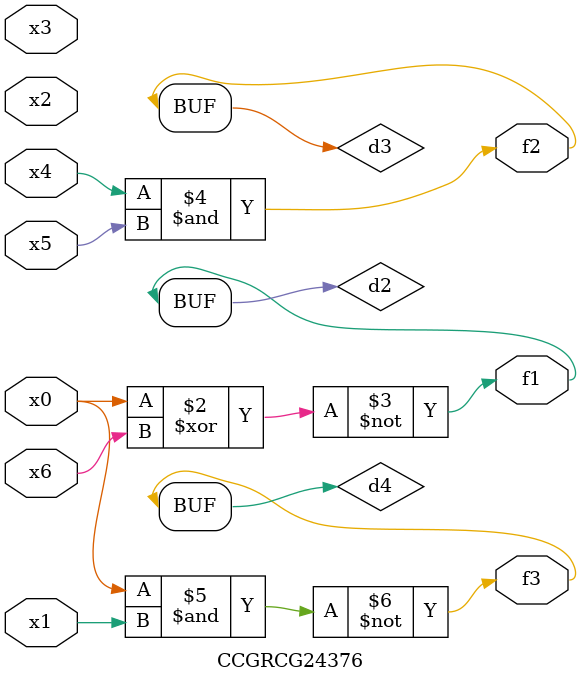
<source format=v>
module CCGRCG24376(
	input x0, x1, x2, x3, x4, x5, x6,
	output f1, f2, f3
);

	wire d1, d2, d3, d4;

	nor (d1, x0);
	xnor (d2, x0, x6);
	and (d3, x4, x5);
	nand (d4, x0, x1);
	assign f1 = d2;
	assign f2 = d3;
	assign f3 = d4;
endmodule

</source>
